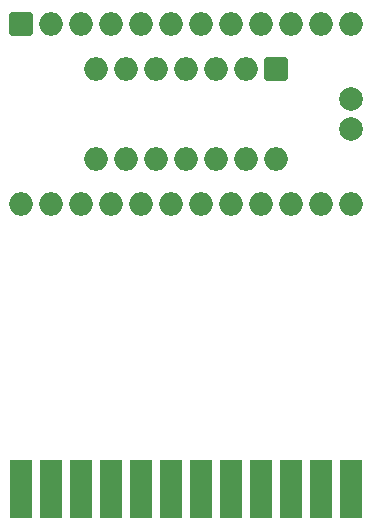
<source format=gts>
G04 #@! TF.GenerationSoftware,KiCad,Pcbnew,6.0.2+dfsg-1*
G04 #@! TF.CreationDate,2025-06-30T22:41:18+02:00*
G04 #@! TF.ProjectId,2600cart,32363030-6361-4727-942e-6b696361645f,rev?*
G04 #@! TF.SameCoordinates,Original*
G04 #@! TF.FileFunction,Soldermask,Top*
G04 #@! TF.FilePolarity,Negative*
%FSLAX46Y46*%
G04 Gerber Fmt 4.6, Leading zero omitted, Abs format (unit mm)*
G04 Created by KiCad (PCBNEW 6.0.2+dfsg-1) date 2025-06-30 22:41:18*
%MOMM*%
%LPD*%
G01*
G04 APERTURE LIST*
G04 Aperture macros list*
%AMRoundRect*
0 Rectangle with rounded corners*
0 $1 Rounding radius*
0 $2 $3 $4 $5 $6 $7 $8 $9 X,Y pos of 4 corners*
0 Add a 4 corners polygon primitive as box body*
4,1,4,$2,$3,$4,$5,$6,$7,$8,$9,$2,$3,0*
0 Add four circle primitives for the rounded corners*
1,1,$1+$1,$2,$3*
1,1,$1+$1,$4,$5*
1,1,$1+$1,$6,$7*
1,1,$1+$1,$8,$9*
0 Add four rect primitives between the rounded corners*
20,1,$1+$1,$2,$3,$4,$5,0*
20,1,$1+$1,$4,$5,$6,$7,0*
20,1,$1+$1,$6,$7,$8,$9,0*
20,1,$1+$1,$8,$9,$2,$3,0*%
G04 Aperture macros list end*
%ADD10RoundRect,0.200000X-0.762000X-2.286000X0.762000X-2.286000X0.762000X2.286000X-0.762000X2.286000X0*%
%ADD11C,2.000000*%
%ADD12RoundRect,0.200000X-0.800000X0.800000X-0.800000X-0.800000X0.800000X-0.800000X0.800000X0.800000X0*%
%ADD13O,2.000000X2.000000*%
G04 APERTURE END LIST*
D10*
X123444000Y-90170000D03*
X123444000Y-90170000D03*
X120904000Y-90170000D03*
X118364000Y-90170000D03*
X115824000Y-90170000D03*
X113284000Y-90170000D03*
X110744000Y-90170000D03*
X108204000Y-90170000D03*
X105664000Y-90170000D03*
X103124000Y-90170000D03*
X100584000Y-90170000D03*
X98044000Y-90170000D03*
X95504000Y-90170000D03*
D11*
X123444000Y-59690000D03*
X123444000Y-57190000D03*
D12*
X117094000Y-54610000D03*
D13*
X101854000Y-62230000D03*
X114554000Y-54610000D03*
X104394000Y-62230000D03*
X112014000Y-54610000D03*
X106934000Y-62230000D03*
X109474000Y-54610000D03*
X109474000Y-62230000D03*
X106934000Y-54610000D03*
X112014000Y-62230000D03*
X104394000Y-54610000D03*
X114554000Y-62230000D03*
X101854000Y-54610000D03*
X117094000Y-62230000D03*
D12*
X95504000Y-50800000D03*
D13*
X123444000Y-66040000D03*
X98044000Y-50800000D03*
X120904000Y-66040000D03*
X100584000Y-50800000D03*
X118364000Y-66040000D03*
X103124000Y-50800000D03*
X115824000Y-66040000D03*
X105664000Y-50800000D03*
X113284000Y-66040000D03*
X108204000Y-50800000D03*
X110744000Y-66040000D03*
X110744000Y-50800000D03*
X108204000Y-66040000D03*
X113284000Y-50800000D03*
X105664000Y-66040000D03*
X115824000Y-50800000D03*
X103124000Y-66040000D03*
X118364000Y-50800000D03*
X100584000Y-66040000D03*
X120904000Y-50800000D03*
X98044000Y-66040000D03*
X123444000Y-50800000D03*
X95504000Y-66040000D03*
M02*

</source>
